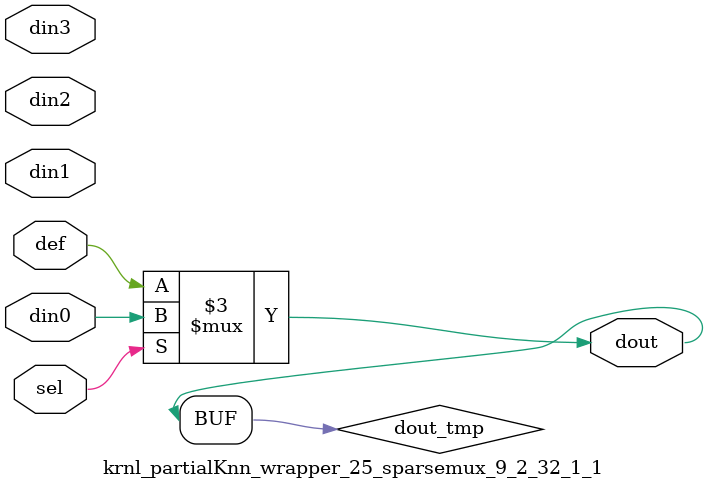
<source format=v>
`timescale 1ns / 1ps

module krnl_partialKnn_wrapper_25_sparsemux_9_2_32_1_1 (din0,din1,din2,din3,def,sel,dout);

parameter din0_WIDTH = 1;

parameter din1_WIDTH = 1;

parameter din2_WIDTH = 1;

parameter din3_WIDTH = 1;

parameter def_WIDTH = 1;
parameter sel_WIDTH = 1;
parameter dout_WIDTH = 1;

parameter [sel_WIDTH-1:0] CASE0 = 1;

parameter [sel_WIDTH-1:0] CASE1 = 1;

parameter [sel_WIDTH-1:0] CASE2 = 1;

parameter [sel_WIDTH-1:0] CASE3 = 1;

parameter ID = 1;
parameter NUM_STAGE = 1;



input [din0_WIDTH-1:0] din0;

input [din1_WIDTH-1:0] din1;

input [din2_WIDTH-1:0] din2;

input [din3_WIDTH-1:0] din3;

input [def_WIDTH-1:0] def;
input [sel_WIDTH-1:0] sel;

output [dout_WIDTH-1:0] dout;



reg [dout_WIDTH-1:0] dout_tmp;

always @ (*) begin
case (sel)
    
    CASE0 : dout_tmp = din0;
    
    CASE1 : dout_tmp = din1;
    
    CASE2 : dout_tmp = din2;
    
    CASE3 : dout_tmp = din3;
    
    default : dout_tmp = def;
endcase
end


assign dout = dout_tmp;



endmodule

</source>
